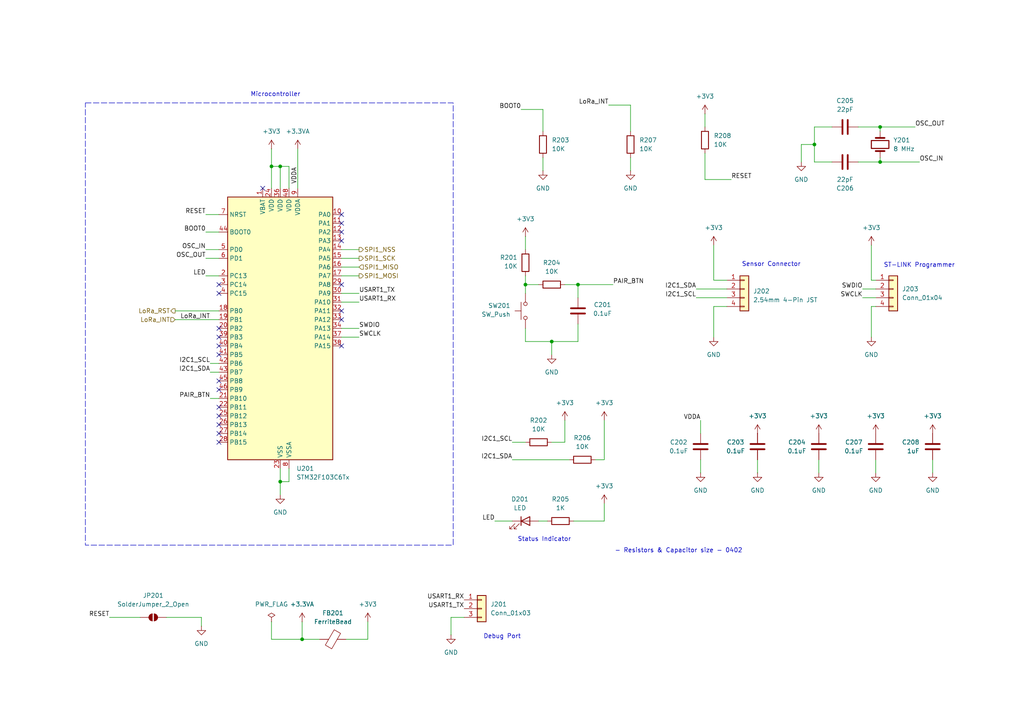
<source format=kicad_sch>
(kicad_sch (version 20250114) (generator "eeschema") (generator_version "9.0")
  (paper "A4")
  (lib_symbols
    (symbol "Connector_Generic:Conn_01x03" (pin_names (offset 1.016) (hide yes))
      (property "Reference" "J" (at 0 5.08 0))
      (property "Value" "Conn_01x03" (at 0 -5.08 0))
      (symbol "Conn_01x03_1_1"
        (rectangle (start -1.27 3.81) (end 1.27 -3.81) (stroke (width 0.254)) (fill (type background)))
        (rectangle (start -1.27 2.667) (end 0 2.413) (stroke (width 0.1524)))
        (rectangle (start -1.27 0.127) (end 0 -0.127) (stroke (width 0.1524)))
        (rectangle (start -1.27 -2.413) (end 0 -2.667) (stroke (width 0.1524)))
        (pin passive line (at -5.08 2.54 0) (length 3.81) (name "Pin_1") (number "1"))
        (pin passive line (at -5.08 0 0) (length 3.81) (name "Pin_2") (number "2"))
        (pin passive line (at -5.08 -2.54 0) (length 3.81) (name "Pin_3") (number "3"))
      )
    )
    (symbol "Connector_Generic:Conn_01x04" (pin_names (offset 1.016) (hide yes))
      (property "Reference" "J" (at 0 5.08 0))
      (property "Value" "Conn_01x04" (at 0 -7.62 0))
      (symbol "Conn_01x04_1_1"
        (rectangle (start -1.27 3.81) (end 1.27 -6.35) (stroke (width 0.254)) (fill (type background)))
        (rectangle (start -1.27 2.667) (end 0 2.413) (stroke (width 0.1524)))
        (rectangle (start -1.27 0.127) (end 0 -0.127) (stroke (width 0.1524)))
        (rectangle (start -1.27 -2.413) (end 0 -2.667) (stroke (width 0.1524)))
        (rectangle (start -1.27 -4.953) (end 0 -5.207) (stroke (width 0.1524)))
        (pin passive line (at -5.08 2.54 0) (length 3.81) (name "Pin_1") (number "1"))
        (pin passive line (at -5.08 0 0) (length 3.81) (name "Pin_2") (number "2"))
        (pin passive line (at -5.08 -2.54 0) (length 3.81) (name "Pin_3") (number "3"))
        (pin passive line (at -5.08 -5.08 0) (length 3.81) (name "Pin_4") (number "4"))
      )
    )
    (symbol "Device:C" (pin_numbers (hide yes)) (pin_names (offset 0.254))
      (property "Reference" "C" (at 0.635 2.54 0))
      (property "Value" "C" (at 0.635 -2.54 0))
      (symbol "C_0_1"
        (polyline (pts (xy -2.032 0.762) (xy 2.032 0.762)) (stroke (width 0.508)))
        (polyline (pts (xy -2.032 -0.762) (xy 2.032 -0.762)) (stroke (width 0.508)))
      )
      (symbol "C_1_1"
        (pin passive line (at 0 3.81 270) (length 2.794) (name "~") (number "1"))
        (pin passive line (at 0 -3.81 90) (length 2.794) (name "~") (number "2"))
      )
    )
    (symbol "Device:Crystal" (pin_numbers (hide yes)) (pin_names (offset 1.016) (hide yes))
      (property "Reference" "Y" (at 0 3.81 0))
      (property "Value" "Crystal" (at 0 -3.81 0))
      (symbol "Crystal_0_1"
        (polyline (pts (xy -2.54 0) (xy -1.905 0)))
        (polyline (pts (xy -1.905 -1.27) (xy -1.905 1.27)) (stroke (width 0.508)))
        (rectangle (start -1.143 2.54) (end 1.143 -2.54) (stroke (width 0.3048)))
        (polyline (pts (xy 1.905 -1.27) (xy 1.905 1.27)) (stroke (width 0.508)))
        (polyline (pts (xy 2.54 0) (xy 1.905 0)))
      )
      (symbol "Crystal_1_1"
        (pin passive line (at -3.81 0 0) (length 1.27) (name "1") (number "1"))
        (pin passive line (at 3.81 0 180) (length 1.27) (name "2") (number "2"))
      )
    )
    (symbol "Device:FerriteBead" (pin_numbers (hide yes)) (pin_names (offset 0))
      (property "Reference" "FB" (at -3.81 0.635 90))
      (property "Value" "FerriteBead" (at 3.81 0 90))
      (symbol "FerriteBead_0_1"
        (polyline (pts (xy -2.7686 0.4064) (xy -1.7018 2.2606) (xy 2.7686 -0.3048) (xy 1.6764 -2.159) (xy -2.7686 0.4064)))
        (polyline (pts (xy 0 1.27) (xy 0 1.2954)))
        (polyline (pts (xy 0 -1.27) (xy 0 -1.2192)))
      )
      (symbol "FerriteBead_1_1"
        (pin passive line (at 0 3.81 270) (length 2.54) (name "~") (number "1"))
        (pin passive line (at 0 -3.81 90) (length 2.54) (name "~") (number "2"))
      )
    )
    (symbol "Device:LED" (pin_numbers (hide yes)) (pin_names (offset 1.016) (hide yes))
      (property "Reference" "D" (at 0 2.54 0))
      (property "Value" "LED" (at 0 -2.54 0))
      (symbol "LED_0_1"
        (polyline (pts (xy -3.048 -0.762) (xy -4.572 -2.286) (xy -3.81 -2.286) (xy -4.572 -2.286) (xy -4.572 -1.524)))
        (polyline (pts (xy -1.778 -0.762) (xy -3.302 -2.286) (xy -2.54 -2.286) (xy -3.302 -2.286) (xy -3.302 -1.524)))
        (polyline (pts (xy -1.27 0) (xy 1.27 0)))
        (polyline (pts (xy -1.27 -1.27) (xy -1.27 1.27)) (stroke (width 0.254)))
        (polyline (pts (xy 1.27 -1.27) (xy 1.27 1.27) (xy -1.27 0) (xy 1.27 -1.27)) (stroke (width 0.254)))
      )
      (symbol "LED_1_1"
        (pin passive line (at -3.81 0 0) (length 2.54) (name "K") (number "1"))
        (pin passive line (at 3.81 0 180) (length 2.54) (name "A") (number "2"))
      )
    )
    (symbol "Device:R" (pin_numbers (hide yes)) (pin_names (offset 0))
      (property "Reference" "R" (at 2.032 0 90))
      (property "Value" "R" (at 0 0 90))
      (symbol "R_0_1"
        (rectangle (start -1.016 -2.54) (end 1.016 2.54) (stroke (width 0.254)))
      )
      (symbol "R_1_1"
        (pin passive line (at 0 3.81 270) (length 1.27) (name "~") (number "1"))
        (pin passive line (at 0 -3.81 90) (length 1.27) (name "~") (number "2"))
      )
    )
    (symbol "Jumper:SolderJumper_2_Open" (pin_numbers (hide yes)) (pin_names (offset 0) (hide yes)) (in_bom no)
      (property "Reference" "JP" (at 0 2.032 0))
      (property "Value" "SolderJumper_2_Open" (at 0 -2.54 0))
      (symbol "SolderJumper_2_Open_0_1"
        (polyline (pts (xy -0.254 1.016) (xy -0.254 -1.016)))
        (arc (start -0.254 -1.016) (mid -1.2656 0) (end -0.254 1.016))
        (arc (start -0.254 -1.016) (mid -1.2656 0) (end -0.254 1.016) (fill (type outline)))
        (arc (start 0.254 1.016) (mid 1.2656 0) (end 0.254 -1.016))
        (arc (start 0.254 1.016) (mid 1.2656 0) (end 0.254 -1.016) (fill (type outline)))
        (polyline (pts (xy 0.254 1.016) (xy 0.254 -1.016)))
      )
      (symbol "SolderJumper_2_Open_1_1"
        (pin passive line (at -3.81 0 0) (length 2.54) (name "A") (number "1"))
        (pin passive line (at 3.81 0 180) (length 2.54) (name "B") (number "2"))
      )
    )
    (symbol "MCU_ST_STM32F1:STM32F103C6Tx"
      (property "Reference" "U" (at -15.24 39.37 0))
      (property "Value" "STM32F103C6Tx" (at 7.62 39.37 0))
      (symbol "STM32F103C6Tx_0_1"
        (rectangle (start -15.24 -38.1) (end 15.24 38.1) (stroke (width 0.254)) (fill (type background)))
      )
      (symbol "STM32F103C6Tx_1_1"
        (pin input line (at -17.78 33.02 0) (length 2.54) (name "NRST") (number "7"))
        (pin input line (at -17.78 27.94 0) (length 2.54) (name "BOOT0") (number "44"))
        (pin bidirectional line (at -17.78 22.86 0) (length 2.54) (name "PD0") (number "5"))
        (pin bidirectional line (at -17.78 20.32 0) (length 2.54) (name "PD1") (number "6"))
        (pin bidirectional line (at -17.78 15.24 0) (length 2.54) (name "PC13") (number "2"))
        (pin bidirectional line (at -17.78 12.7 0) (length 2.54) (name "PC14") (number "3"))
        (pin bidirectional line (at -17.78 10.16 0) (length 2.54) (name "PC15") (number "4"))
        (pin bidirectional line (at -17.78 5.08 0) (length 2.54) (name "PB0") (number "18"))
        (pin bidirectional line (at -17.78 2.54 0) (length 2.54) (name "PB1") (number "19"))
        (pin bidirectional line (at -17.78 0 0) (length 2.54) (name "PB2") (number "20"))
        (pin bidirectional line (at -17.78 -2.54 0) (length 2.54) (name "PB3") (number "39"))
        (pin bidirectional line (at -17.78 -5.08 0) (length 2.54) (name "PB4") (number "40"))
        (pin bidirectional line (at -17.78 -7.62 0) (length 2.54) (name "PB5") (number "41"))
        (pin bidirectional line (at -17.78 -10.16 0) (length 2.54) (name "PB6") (number "42"))
        (pin bidirectional line (at -17.78 -12.7 0) (length 2.54) (name "PB7") (number "43"))
        (pin bidirectional line (at -17.78 -15.24 0) (length 2.54) (name "PB8") (number "45"))
        (pin bidirectional line (at -17.78 -17.78 0) (length 2.54) (name "PB9") (number "46"))
        (pin bidirectional line (at -17.78 -20.32 0) (length 2.54) (name "PB10") (number "21"))
        (pin bidirectional line (at -17.78 -22.86 0) (length 2.54) (name "PB11") (number "22"))
        (pin bidirectional line (at -17.78 -25.4 0) (length 2.54) (name "PB12") (number "25"))
        (pin bidirectional line (at -17.78 -27.94 0) (length 2.54) (name "PB13") (number "26"))
        (pin bidirectional line (at -17.78 -30.48 0) (length 2.54) (name "PB14") (number "27"))
        (pin bidirectional line (at -17.78 -33.02 0) (length 2.54) (name "PB15") (number "28"))
        (pin power_in line (at -5.08 40.64 270) (length 2.54) (name "VBAT") (number "1"))
        (pin power_in line (at -2.54 40.64 270) (length 2.54) (name "VDD") (number "24"))
        (pin power_in line (at 0 40.64 270) (length 2.54) (name "VDD") (number "36"))
        (pin power_in line (at 0 -40.64 90) (length 2.54) (name "VSS") (number "23"))
        (pin passive line (at 0 -40.64 90) (length 2.54) (hide yes) (name "VSS") (number "35"))
        (pin passive line (at 0 -40.64 90) (length 2.54) (hide yes) (name "VSS") (number "47"))
        (pin power_in line (at 2.54 40.64 270) (length 2.54) (name "VDD") (number "48"))
        (pin power_in line (at 2.54 -40.64 90) (length 2.54) (name "VSSA") (number "8"))
        (pin power_in line (at 5.08 40.64 270) (length 2.54) (name "VDDA") (number "9"))
        (pin bidirectional line (at 17.78 33.02 180) (length 2.54) (name "PA0") (number "10"))
        (pin bidirectional line (at 17.78 30.48 180) (length 2.54) (name "PA1") (number "11"))
        (pin bidirectional line (at 17.78 27.94 180) (length 2.54) (name "PA2") (number "12"))
        (pin bidirectional line (at 17.78 25.4 180) (length 2.54) (name "PA3") (number "13"))
        (pin bidirectional line (at 17.78 22.86 180) (length 2.54) (name "PA4") (number "14"))
        (pin bidirectional line (at 17.78 20.32 180) (length 2.54) (name "PA5") (number "15"))
        (pin bidirectional line (at 17.78 17.78 180) (length 2.54) (name "PA6") (number "16"))
        (pin bidirectional line (at 17.78 15.24 180) (length 2.54) (name "PA7") (number "17"))
        (pin bidirectional line (at 17.78 12.7 180) (length 2.54) (name "PA8") (number "29"))
        (pin bidirectional line (at 17.78 10.16 180) (length 2.54) (name "PA9") (number "30"))
        (pin bidirectional line (at 17.78 7.62 180) (length 2.54) (name "PA10") (number "31"))
        (pin bidirectional line (at 17.78 5.08 180) (length 2.54) (name "PA11") (number "32"))
        (pin bidirectional line (at 17.78 2.54 180) (length 2.54) (name "PA12") (number "33"))
        (pin bidirectional line (at 17.78 0 180) (length 2.54) (name "PA13") (number "34"))
        (pin bidirectional line (at 17.78 -2.54 180) (length 2.54) (name "PA14") (number "37"))
        (pin bidirectional line (at 17.78 -5.08 180) (length 2.54) (name "PA15") (number "38"))
      )
    )
    (symbol "Switch:SW_Push" (pin_numbers (hide yes)) (pin_names (offset 1.016) (hide yes))
      (property "Reference" "SW" (at 1.27 2.54 0))
      (property "Value" "SW_Push" (at 0 -1.524 0))
      (symbol "SW_Push_0_1"
        (circle (center -2.032 0) (radius 0.508))
        (polyline (pts (xy 0 1.27) (xy 0 3.048)))
        (circle (center 2.032 0) (radius 0.508))
        (polyline (pts (xy 2.54 1.27) (xy -2.54 1.27)))
        (pin passive line (at -5.08 0 0) (length 2.54) (name "1") (number "1"))
        (pin passive line (at 5.08 0 180) (length 2.54) (name "2") (number "2"))
      )
    )
    (symbol "power:+3.3VA" (power) (pin_numbers (hide yes)) (pin_names (offset 0) (hide yes))
      (property "Value" "+3.3VA" (at 0 3.556 0))
      (symbol "+3.3VA_0_1"
        (polyline (pts (xy -0.762 1.27) (xy 0 2.54)))
        (polyline (pts (xy 0 2.54) (xy 0.762 1.27)))
        (polyline (pts (xy 0 0) (xy 0 2.54)))
      )
      (symbol "+3.3VA_1_1"
        (pin power_in line (at 0 0 90) (length 0) (name "~") (number "1"))
      )
    )
    (symbol "power:+3V3" (power) (pin_numbers (hide yes)) (pin_names (offset 0) (hide yes))
      (property "Value" "+3V3" (at 0 3.556 0))
      (symbol "+3V3_0_1"
        (polyline (pts (xy -0.762 1.27) (xy 0 2.54)))
        (polyline (pts (xy 0 2.54) (xy 0.762 1.27)))
        (polyline (pts (xy 0 0) (xy 0 2.54)))
      )
      (symbol "+3V3_1_1"
        (pin power_in line (at 0 0 90) (length 0) (name "~") (number "1"))
      )
    )
    (symbol "power:GND" (power) (pin_numbers (hide yes)) (pin_names (offset 0) (hide yes))
      (property "Value" "GND" (at 0 -3.81 0))
      (symbol "GND_0_1"
        (polyline (pts (xy 0 0) (xy 0 -1.27) (xy 1.27 -1.27) (xy 0 -2.54) (xy -1.27 -1.27) (xy 0 -1.27)))
      )
      (symbol "GND_1_1"
        (pin power_in line (at 0 0 270) (length 0) (name "~") (number "1"))
      )
    )
    (symbol "power:PWR_FLAG" (power) (pin_numbers (hide yes)) (pin_names (offset 0) (hide yes))
      (property "Value" "PWR_FLAG" (at 0 3.81 0))
      (symbol "PWR_FLAG_0_0"
        (pin power_out line (at 0 0 90) (length 0) (name "~") (number "1"))
      )
      (symbol "PWR_FLAG_0_1"
        (polyline (pts (xy 0 0) (xy 0 1.27) (xy -1.016 1.905) (xy 0 2.54) (xy 1.016 1.905) (xy 0 1.27)))
      )
    )
  )
  (rectangle (start 24.765 29.845) (end 131.445 158.115) (stroke (width 0) (type dash)))
  (text "Status Indicator\n" (at 150.114 157.226 0) (effects (font (size 1.27 1.27)) (justify left bottom)))
  (text "Debug Port" (at 140.208 185.42 0) (effects (font (size 1.27 1.27)) (justify left bottom)))
  (text "Sensor Connector" (at 215.138 77.47 0) (effects (font (size 1.27 1.27)) (justify left bottom)))
  (text " - Resistors & Capacitor size - 0402\n" (at 196.342 159.766 0) (effects (font (size 1.27 1.27))))
  (text "ST-LINK Programmer\n" (at 256.286 77.724 0) (effects (font (size 1.27 1.27)) (justify left bottom)))
  (text "Microcontroller" (at 72.644 28.194 0) (effects (font (size 1.27 1.27)) (justify left bottom)))
  (junction (at 81.28 139.7))
  (junction (at 87.63 185.42))
  (junction (at 255.27 46.99))
  (junction (at 255.27 36.83))
  (junction (at 160.02 99.06))
  (junction (at 236.22 41.91))
  (junction (at 167.64 82.55))
  (junction (at 81.28 48.26))
  (junction (at 152.4 82.55))
  (junction (at 78.74 48.26))
  (no_connect (at 63.5 128.27))
  (no_connect (at 99.06 69.85))
  (no_connect (at 99.06 82.55))
  (no_connect (at 63.5 120.65))
  (no_connect (at 63.5 118.11))
  (no_connect (at 63.5 102.87))
  (no_connect (at 99.06 92.71))
  (no_connect (at 63.5 123.19))
  (no_connect (at 99.06 100.33))
  (no_connect (at 63.5 125.73))
  (no_connect (at 63.5 110.49))
  (no_connect (at 99.06 64.77))
  (no_connect (at 99.06 90.17))
  (no_connect (at 63.5 100.33))
  (no_connect (at 99.06 62.23))
  (no_connect (at 63.5 95.25))
  (no_connect (at 63.5 97.79))
  (no_connect (at 63.5 82.55))
  (no_connect (at 76.2 54.61))
  (no_connect (at 63.5 113.03))
  (no_connect (at 63.5 85.09))
  (no_connect (at 99.06 67.31))
  (wire (pts (xy 58.42 179.07) (xy 58.42 181.61)))
  (wire (pts (xy 270.51 137.16) (xy 270.51 133.35)))
  (wire (pts (xy 248.92 36.83) (xy 255.27 36.83)))
  (wire (pts (xy 175.26 121.92) (xy 175.26 133.35)))
  (wire (pts (xy 83.82 48.26) (xy 83.82 54.61)))
  (wire (pts (xy 207.01 88.9) (xy 210.82 88.9)))
  (wire (pts (xy 204.47 33.02) (xy 204.47 36.83)))
  (wire (pts (xy 143.51 151.13) (xy 148.59 151.13)))
  (wire (pts (xy 167.64 93.98) (xy 167.64 99.06)))
  (wire (pts (xy 203.2 121.92) (xy 203.2 125.73)))
  (wire (pts (xy 163.83 82.55) (xy 167.64 82.55)))
  (wire (pts (xy 106.68 185.42) (xy 106.68 180.34)))
  (wire (pts (xy 232.41 41.91) (xy 236.22 41.91)))
  (wire (pts (xy 163.83 121.92) (xy 163.83 128.27)))
  (wire (pts (xy 104.14 80.01) (xy 99.06 80.01)))
  (wire (pts (xy 152.4 68.58) (xy 152.4 72.39)))
  (wire (pts (xy 104.14 87.63) (xy 99.06 87.63)))
  (wire (pts (xy 210.82 81.28) (xy 207.01 81.28)))
  (wire (pts (xy 78.74 185.42) (xy 87.63 185.42)))
  (wire (pts (xy 236.22 46.99) (xy 236.22 41.91)))
  (wire (pts (xy 81.28 48.26) (xy 78.74 48.26)))
  (wire (pts (xy 81.28 139.7) (xy 81.28 143.51)))
  (wire (pts (xy 175.26 133.35) (xy 172.72 133.35)))
  (wire (pts (xy 204.47 52.07) (xy 212.09 52.07)))
  (wire (pts (xy 100.33 185.42) (xy 106.68 185.42)))
  (wire (pts (xy 134.62 179.07) (xy 130.81 179.07)))
  (wire (pts (xy 248.92 46.99) (xy 255.27 46.99)))
  (wire (pts (xy 59.69 62.23) (xy 63.5 62.23)))
  (wire (pts (xy 166.37 151.13) (xy 175.26 151.13)))
  (wire (pts (xy 87.63 180.34) (xy 87.63 185.42)))
  (wire (pts (xy 81.28 135.89) (xy 81.28 139.7)))
  (wire (pts (xy 237.49 137.16) (xy 237.49 133.35)))
  (wire (pts (xy 104.14 97.79) (xy 99.06 97.79)))
  (wire (pts (xy 201.93 83.82) (xy 210.82 83.82)))
  (wire (pts (xy 252.73 71.12) (xy 252.73 81.28)))
  (wire (pts (xy 48.26 179.07) (xy 58.42 179.07)))
  (wire (pts (xy 252.73 88.9) (xy 254 88.9)))
  (wire (pts (xy 99.06 74.93) (xy 104.14 74.93)))
  (wire (pts (xy 255.27 45.72) (xy 255.27 46.99)))
  (wire (pts (xy 236.22 36.83) (xy 241.3 36.83)))
  (wire (pts (xy 59.69 74.93) (xy 63.5 74.93)))
  (wire (pts (xy 157.48 49.53) (xy 157.48 45.72)))
  (wire (pts (xy 78.74 180.34) (xy 78.74 185.42)))
  (wire (pts (xy 250.19 86.36) (xy 254 86.36)))
  (wire (pts (xy 86.36 43.18) (xy 86.36 54.61)))
  (wire (pts (xy 60.96 107.95) (xy 63.5 107.95)))
  (wire (pts (xy 255.27 36.83) (xy 265.43 36.83)))
  (wire (pts (xy 167.64 82.55) (xy 167.64 86.36)))
  (wire (pts (xy 157.48 31.75) (xy 157.48 38.1)))
  (wire (pts (xy 152.4 95.25) (xy 152.4 99.06)))
  (wire (pts (xy 50.8 90.17) (xy 63.5 90.17)))
  (wire (pts (xy 201.93 86.36) (xy 210.82 86.36)))
  (wire (pts (xy 31.75 179.07) (xy 40.64 179.07)))
  (wire (pts (xy 104.14 95.25) (xy 99.06 95.25)))
  (wire (pts (xy 83.82 48.26) (xy 81.28 48.26)))
  (wire (pts (xy 182.88 38.1) (xy 182.88 30.48)))
  (wire (pts (xy 152.4 99.06) (xy 160.02 99.06)))
  (wire (pts (xy 204.47 44.45) (xy 204.47 52.07)))
  (wire (pts (xy 104.14 77.47) (xy 99.06 77.47)))
  (wire (pts (xy 81.28 48.26) (xy 81.28 54.61)))
  (wire (pts (xy 207.01 81.28) (xy 207.01 71.12)))
  (wire (pts (xy 160.02 102.87) (xy 160.02 99.06)))
  (wire (pts (xy 151.13 31.75) (xy 157.48 31.75)))
  (wire (pts (xy 148.59 133.35) (xy 165.1 133.35)))
  (wire (pts (xy 158.75 151.13) (xy 156.21 151.13)))
  (wire (pts (xy 255.27 36.83) (xy 255.27 38.1)))
  (wire (pts (xy 59.69 67.31) (xy 63.5 67.31)))
  (wire (pts (xy 255.27 46.99) (xy 266.7 46.99)))
  (wire (pts (xy 50.8 92.71) (xy 63.5 92.71)))
  (wire (pts (xy 182.88 49.53) (xy 182.88 45.72)))
  (wire (pts (xy 207.01 97.79) (xy 207.01 88.9)))
  (wire (pts (xy 78.74 43.18) (xy 78.74 48.26)))
  (wire (pts (xy 59.69 72.39) (xy 63.5 72.39)))
  (wire (pts (xy 83.82 139.7) (xy 81.28 139.7)))
  (wire (pts (xy 59.69 80.01) (xy 63.5 80.01)))
  (wire (pts (xy 219.71 137.16) (xy 219.71 133.35)))
  (wire (pts (xy 99.06 72.39) (xy 104.14 72.39)))
  (wire (pts (xy 152.4 82.55) (xy 152.4 85.09)))
  (wire (pts (xy 250.19 83.82) (xy 254 83.82)))
  (wire (pts (xy 160.02 99.06) (xy 167.64 99.06)))
  (wire (pts (xy 175.26 151.13) (xy 175.26 146.05)))
  (wire (pts (xy 130.81 179.07) (xy 130.81 184.15)))
  (wire (pts (xy 232.41 41.91) (xy 232.41 46.99)))
  (wire (pts (xy 83.82 135.89) (xy 83.82 139.7)))
  (wire (pts (xy 252.73 81.28) (xy 254 81.28)))
  (wire (pts (xy 78.74 48.26) (xy 78.74 54.61)))
  (wire (pts (xy 254 137.16) (xy 254 133.35)))
  (wire (pts (xy 60.96 105.41) (xy 63.5 105.41)))
  (wire (pts (xy 163.83 128.27) (xy 160.02 128.27)))
  (wire (pts (xy 104.14 85.09) (xy 99.06 85.09)))
  (wire (pts (xy 236.22 41.91) (xy 236.22 36.83)))
  (wire (pts (xy 148.59 128.27) (xy 152.4 128.27)))
  (wire (pts (xy 182.88 30.48) (xy 176.53 30.48)))
  (wire (pts (xy 87.63 185.42) (xy 92.71 185.42)))
  (wire (pts (xy 167.64 82.55) (xy 177.8 82.55)))
  (wire (pts (xy 252.73 88.9) (xy 252.73 97.79)))
  (wire (pts (xy 203.2 133.35) (xy 203.2 137.16)))
  (wire (pts (xy 152.4 82.55) (xy 156.21 82.55)))
  (wire (pts (xy 236.22 46.99) (xy 241.3 46.99)))
  (wire (pts (xy 60.96 115.57) (xy 63.5 115.57)))
  (wire (pts (xy 152.4 80.01) (xy 152.4 82.55)))
  (label "SWCLK" (at 250.19 86.36 180))
  (label "BOOT0" (at 59.69 67.31 180))
  (label "OSC_IN" (at 59.69 72.39 180))
  (label "USART1_RX" (at 134.62 173.99 180))
  (label "OSC_IN" (at 266.7 46.99 0))
  (label "RESET" (at 212.09 52.07 0))
  (label "I2C1_SDA" (at 201.93 83.82 180))
  (label "USART1_RX" (at 104.14 87.63 0))
  (label "PAIR_BTN" (at 177.8 82.55 0))
  (label "I2C1_SDA" (at 60.96 107.95 180))
  (label "RESET" (at 31.75 179.07 180))
  (label "LED" (at 59.69 80.01 180))
  (label "LED" (at 143.51 151.13 180))
  (label "VDDA" (at 86.36 53.34 90))
  (label "RESET" (at 59.69 62.23 180))
  (label "BOOT0" (at 151.13 31.75 180))
  (label "I2C1_SCL" (at 201.93 86.36 180))
  (label "LoRa_INT" (at 176.53 30.48 180))
  (label "LoRa_INT" (at 60.96 92.71 180))
  (label "I2C1_SCL" (at 60.96 105.41 180))
  (label "I2C1_SDA" (at 148.59 133.35 180))
  (label "SWDIO" (at 104.14 95.25 0))
  (label "OSC_OUT" (at 59.69 74.93 180))
  (label "I2C1_SCL" (at 148.59 128.27 180))
  (label "USART1_TX" (at 134.62 176.53 180))
  (label "USART1_TX" (at 104.14 85.09 0))
  (label "OSC_OUT" (at 265.43 36.83 0))
  (label "SWCLK" (at 104.14 97.79 0))
  (label "SWDIO" (at 250.19 83.82 180))
  (label "PAIR_BTN" (at 60.96 115.57 180))
  (label "VDDA" (at 203.2 121.92 180))
  (hierarchical_label "SPI1_NSS" (shape output) (at 104.14 72.39 0))
  (hierarchical_label "SPI1_MOSI" (shape output) (at 104.14 80.01 0))
  (hierarchical_label "SPI1_SCK" (shape output) (at 104.14 74.93 0))
  (hierarchical_label "SPI1_MISO" (shape input) (at 104.14 77.47 0))
  (hierarchical_label "LoRa_INT" (shape input) (at 50.8 92.71 180))
  (hierarchical_label "LoRa_RST" (shape output) (at 50.8 90.17 180))
  (symbol (lib_id "Connector_Generic:Conn_01x04") (at 215.9 83.82 0) (unit 1)
    (property "Reference" "J202" (at 218.44 84.455 0) (effects (justify left)))
    (property "Value" "2.54mm 4-Pin JST" (at 218.44 86.995 0) (effects (justify left)))
    (property "Footprint" "Connector_JST:JST_EH_B4B-EH-A_1x04_P2.50mm_Vertical" (effects (hide yes)))
  )
  (symbol (lib_id "power:GND") (at 232.41 46.99 0) (unit 1)
    (property "Reference" "#PWR0221" (effects (hide yes)))
    (property "Value" "GND" (at 232.41 52.07 0))
    (property "Description" "Power symbol creates a global label with name \"GND\" , ground" (effects (hide yes)))
  )
  (symbol (lib_id "Jumper:SolderJumper_2_Open") (at 44.45 179.07 0) (unit 1) (in_bom no)
    (property "Reference" "JP201" (at 44.45 172.72 0))
    (property "Value" "SolderJumper_2_Open" (at 44.45 175.26 0))
    (property "Footprint" "Jumper:SolderJumper-2_P1.3mm_Open_RoundedPad1.0x1.5mm" (effects (hide yes)))
    (property "Description" "Solder Jumper, 2-pole, open" (effects (hide yes)))
  )
  (symbol (lib_id "power:GND") (at 219.71 137.16 0) (unit 1)
    (property "Reference" "#PWR0220" (effects (hide yes)))
    (property "Value" "GND" (at 219.71 142.24 0))
    (property "Description" "Power symbol creates a global label with name \"GND\" , ground" (effects (hide yes)))
  )
  (symbol (lib_id "power:GND") (at 160.02 102.87 0) (unit 1)
    (property "Reference" "#PWR0210" (effects (hide yes)))
    (property "Value" "GND" (at 160.02 107.95 0))
    (property "Description" "Power symbol creates a global label with name \"GND\" , ground" (effects (hide yes)))
  )
  (symbol (lib_id "power:GND") (at 270.51 137.16 0) (unit 1)
    (property "Reference" "#PWR0229" (effects (hide yes)))
    (property "Value" "GND" (at 270.51 142.24 0))
    (property "Description" "Power symbol creates a global label with name \"GND\" , ground" (effects (hide yes)))
  )
  (symbol (lib_id "Device:LED") (at 152.4 151.13 0) (unit 1)
    (property "Reference" "D201" (at 150.8125 144.78 0))
    (property "Value" "LED" (at 150.8125 147.32 0))
    (property "Footprint" "LED_THT:LED_D3.0mm" (effects (hide yes)))
    (property "Description" "Light emitting diode" (effects (hide yes)))
    (property "Sim.Pins" "1=K 2=A" (effects (hide yes)))
  )
  (symbol (lib_id "Device:C") (at 245.11 36.83 270) (unit 1)
    (property "Reference" "C205" (at 245.11 29.21 90))
    (property "Value" "22pF" (at 245.11 31.75 90))
    (property "Footprint" "Capacitor_SMD:C_0402_1005Metric_Pad0.74x0.62mm_HandSolder" (effects (hide yes)))
    (property "Description" "Unpolarized capacitor" (effects (hide yes)))
  )
  (symbol (lib_id "power:+3V3") (at 207.01 71.12 0) (unit 1)
    (property "Reference" "#PWR0217" (effects (hide yes)))
    (property "Value" "+3V3" (at 207.01 66.04 0))
  )
  (symbol (lib_id "Device:FerriteBead") (at 96.52 185.42 270) (unit 1)
    (property "Reference" "FB201" (at 96.5708 177.8 90))
    (property "Value" "FerriteBead" (at 96.5708 180.34 90))
    (property "Footprint" "Resistor_SMD:R_0402_1005Metric_Pad0.72x0.64mm_HandSolder" (effects (hide yes)))
    (property "Description" "Ferrite bead" (effects (hide yes)))
  )
  (symbol (lib_id "power:+3V3") (at 106.68 180.34 0) (unit 1)
    (property "Reference" "#PWR0206" (effects (hide yes)))
    (property "Value" "+3V3" (at 106.68 175.26 0))
    (property "Description" "Power symbol creates a global label with name \"+3V3\"" (effects (hide yes)))
  )
  (symbol (lib_id "power:GND") (at 130.81 184.15 0) (unit 1)
    (property "Reference" "#PWR0207" (effects (hide yes)))
    (property "Value" "GND" (at 130.81 189.23 0))
    (property "Description" "Power symbol creates a global label with name \"GND\" , ground" (effects (hide yes)))
  )
  (symbol (lib_id "Device:R") (at 160.02 82.55 90) (unit 1)
    (property "Reference" "R204" (at 160.02 76.2 90))
    (property "Value" "10K" (at 160.02 78.74 90))
    (property "Footprint" "Resistor_SMD:R_0402_1005Metric_Pad0.72x0.64mm_HandSolder" (effects (hide yes)))
    (property "Description" "Resistor" (effects (hide yes)))
  )
  (symbol (lib_id "Connector_Generic:Conn_01x04") (at 259.08 83.82 0) (unit 1)
    (property "Reference" "J203" (at 261.62 83.8199 0) (effects (justify left)))
    (property "Value" "Conn_01x04" (at 261.62 86.3599 0) (effects (justify left)))
    (property "Footprint" "Connector_PinHeader_2.54mm:PinHeader_1x04_P2.54mm_Vertical" (effects (hide yes)))
    (property "Description" "Generic connector, single row, 01x04, script generated (kicad-library-utils/schlib/autogen/connector/)" (effects (hide yes)))
  )
  (symbol (lib_id "power:GND") (at 207.01 97.79 0) (unit 1)
    (property "Reference" "#PWR0218" (effects (hide yes)))
    (property "Value" "GND" (at 207.01 102.87 0))
  )
  (symbol (lib_id "power:+3V3") (at 175.26 121.92 0) (unit 1)
    (property "Reference" "#PWR0212" (effects (hide yes)))
    (property "Value" "+3V3" (at 175.26 116.84 0))
  )
  (symbol (lib_id "Device:Crystal") (at 255.27 41.91 270) (unit 1)
    (property "Reference" "Y201" (at 259.08 40.6399 90) (effects (justify left)))
    (property "Value" "8 MHz" (at 259.08 43.1799 90) (effects (justify left)))
    (property "Footprint" "Crystal:Crystal_HC49-4H_Vertical" (effects (hide yes)))
    (property "Description" "Two pin crystal" (effects (hide yes)))
  )
  (symbol (lib_id "power:PWR_FLAG") (at 78.74 180.34 0) (unit 1)
    (property "Reference" "#FLG0201" (effects (hide yes)))
    (property "Value" "PWR_FLAG" (at 78.74 175.26 0))
    (property "Description" "Special symbol for telling ERC where power comes from" (effects (hide yes)))
  )
  (symbol (lib_id "power:+3V3") (at 237.49 125.73 0) (unit 1)
    (property "Reference" "#PWR0222" (effects (hide yes)))
    (property "Value" "+3V3" (at 237.49 120.65 0))
    (property "Description" "Power symbol creates a global label with name \"+3V3\"" (effects (hide yes)))
  )
  (symbol (lib_id "Device:R") (at 157.48 41.91 0) (unit 1)
    (property "Reference" "R203" (at 160.02 40.6399 0) (effects (justify left)))
    (property "Value" "10K" (at 160.02 43.1799 0) (effects (justify left)))
    (property "Footprint" "Resistor_SMD:R_0402_1005Metric_Pad0.72x0.64mm_HandSolder" (effects (hide yes)))
    (property "Description" "Resistor" (effects (hide yes)))
  )
  (symbol (lib_id "power:+3V3") (at 163.83 121.92 0) (unit 1)
    (property "Reference" "#PWR0211" (effects (hide yes)))
    (property "Value" "+3V3" (at 163.83 116.84 0))
  )
  (symbol (lib_id "power:+3V3") (at 219.71 125.73 0) (unit 1)
    (property "Reference" "#PWR0219" (effects (hide yes)))
    (property "Value" "+3V3" (at 219.71 120.65 0))
    (property "Description" "Power symbol creates a global label with name \"+3V3\"" (effects (hide yes)))
  )
  (symbol (lib_id "Device:C") (at 167.64 90.17 0) (mirror y) (unit 1)
    (property "Reference" "C201" (at 174.752 88.392 0))
    (property "Value" "0.1uF" (at 174.752 90.932 0))
    (property "Footprint" "Capacitor_SMD:C_0402_1005Metric_Pad0.74x0.62mm_HandSolder" (effects (hide yes)))
    (property "Description" "Unpolarized capacitor" (effects (hide yes)))
  )
  (symbol (lib_id "power:+3.3VA") (at 87.63 180.34 0) (unit 1)
    (property "Reference" "#PWR0205" (effects (hide yes)))
    (property "Value" "+3.3VA" (at 87.63 175.26 0))
    (property "Description" "Power symbol creates a global label with name \"+3.3VA\"" (effects (hide yes)))
  )
  (symbol (lib_id "Device:C") (at 254 129.54 0) (mirror y) (unit 1)
    (property "Reference" "C207" (at 247.65 128.27 0))
    (property "Value" "0.1uF" (at 247.65 130.81 0))
    (property "Footprint" "Capacitor_SMD:C_0402_1005Metric_Pad0.74x0.62mm_HandSolder" (effects (hide yes)))
    (property "Description" "Unpolarized capacitor" (effects (hide yes)))
  )
  (symbol (lib_id "Device:C") (at 203.2 129.54 0) (mirror y) (unit 1)
    (property "Reference" "C202" (at 196.85 128.27 0))
    (property "Value" "0.1uF" (at 196.85 130.81 0))
    (property "Footprint" "Capacitor_SMD:C_0402_1005Metric_Pad0.74x0.62mm_HandSolder" (effects (hide yes)))
    (property "Description" "Unpolarized capacitor" (effects (hide yes)))
  )
  (symbol (lib_id "power:+3V3") (at 152.4 68.58 0) (unit 1)
    (property "Reference" "#PWR0208" (effects (hide yes)))
    (property "Value" "+3V3" (at 152.4 63.5 0))
    (property "Description" "Power symbol creates a global label with name \"+3V3\"" (effects (hide yes)))
  )
  (symbol (lib_id "power:GND") (at 237.49 137.16 0) (unit 1)
    (property "Reference" "#PWR0223" (effects (hide yes)))
    (property "Value" "GND" (at 237.49 142.24 0))
    (property "Description" "Power symbol creates a global label with name \"GND\" , ground" (effects (hide yes)))
  )
  (symbol (lib_id "Device:R") (at 182.88 41.91 0) (unit 1)
    (property "Reference" "R207" (at 185.42 40.6399 0) (effects (justify left)))
    (property "Value" "10K" (at 185.42 43.1799 0) (effects (justify left)))
    (property "Footprint" "Resistor_SMD:R_0402_1005Metric_Pad0.72x0.64mm_HandSolder" (effects (hide yes)))
    (property "Description" "Resistor" (effects (hide yes)))
  )
  (symbol (lib_id "Device:C") (at 270.51 129.54 0) (mirror y) (unit 1)
    (property "Reference" "C208" (at 266.7 128.2699 0) (effects (justify left)))
    (property "Value" "1uF" (at 266.7 130.8099 0) (effects (justify left)))
    (property "Footprint" "Capacitor_SMD:C_0402_1005Metric_Pad0.74x0.62mm_HandSolder" (effects (hide yes)))
    (property "Description" "Unpolarized capacitor" (effects (hide yes)))
  )
  (symbol (lib_id "power:+3V3") (at 270.51 125.73 0) (unit 1)
    (property "Reference" "#PWR0228" (effects (hide yes)))
    (property "Value" "+3V3" (at 270.51 120.65 0))
    (property "Description" "Power symbol creates a global label with name \"+3V3\"" (effects (hide yes)))
  )
  (symbol (lib_id "power:GND") (at 254 137.16 0) (unit 1)
    (property "Reference" "#PWR0227" (effects (hide yes)))
    (property "Value" "GND" (at 254 142.24 0))
    (property "Description" "Power symbol creates a global label with name \"GND\" , ground" (effects (hide yes)))
  )
  (symbol (lib_id "MCU_ST_STM32F1:STM32F103C6Tx") (at 81.28 95.25 0) (unit 1)
    (property "Reference" "U201" (at 85.9633 135.89 0) (effects (justify left)))
    (property "Value" "STM32F103C6Tx" (at 85.9633 138.43 0) (effects (justify left)))
    (property "Footprint" "Package_QFP:LQFP-48_7x7mm_P0.5mm" (effects (hide yes)))
    (property "Datasheet" "https://www.st.com/resource/en/datasheet/stm32f103c6.pdf" (effects (hide yes)))
    (property "Description" "STMicroelectronics Arm Cortex-M3 MCU, 32KB flash, 10KB RAM, 72 MHz, 2.0-3.6V, 37 GPIO, LQFP48" (effects (hide yes)))
  )
  (symbol (lib_id "power:+3V3") (at 78.74 43.18 0) (unit 1)
    (property "Reference" "#PWR0202" (effects (hide yes)))
    (property "Value" "+3V3" (at 78.74 38.1 0))
    (property "Description" "Power symbol creates a global label with name \"+3V3\"" (effects (hide yes)))
  )
  (symbol (lib_id "power:+3V3") (at 254 125.73 0) (unit 1)
    (property "Reference" "#PWR0226" (effects (hide yes)))
    (property "Value" "+3V3" (at 254 120.65 0))
    (property "Description" "Power symbol creates a global label with name \"+3V3\"" (effects (hide yes)))
  )
  (symbol (lib_id "power:GND") (at 157.48 49.53 0) (mirror y) (unit 1)
    (property "Reference" "#PWR0209" (effects (hide yes)))
    (property "Value" "GND" (at 157.48 54.61 0))
    (property "Description" "Power symbol creates a global label with name \"GND\" , ground" (effects (hide yes)))
  )
  (symbol (lib_id "Device:C") (at 245.11 46.99 270) (mirror x) (unit 1)
    (property "Reference" "C206" (at 245.11 54.61 90))
    (property "Value" "22pF" (at 245.11 52.07 90))
    (property "Footprint" "Capacitor_SMD:C_0402_1005Metric_Pad0.74x0.62mm_HandSolder" (effects (hide yes)))
    (property "Description" "Unpolarized capacitor" (effects (hide yes)))
  )
  (symbol (lib_id "Device:R") (at 204.47 40.64 0) (unit 1)
    (property "Reference" "R208" (at 207.01 39.3699 0) (effects (justify left)))
    (property "Value" "10K" (at 207.01 41.9099 0) (effects (justify left)))
    (property "Footprint" "Resistor_SMD:R_0402_1005Metric_Pad0.72x0.64mm_HandSolder" (effects (hide yes)))
    (property "Description" "Resistor" (effects (hide yes)))
  )
  (symbol (lib_id "power:GND") (at 182.88 49.53 0) (mirror y) (unit 1)
    (property "Reference" "#PWR0214" (effects (hide yes)))
    (property "Value" "GND" (at 182.88 54.61 0))
    (property "Description" "Power symbol creates a global label with name \"GND\" , ground" (effects (hide yes)))
  )
  (symbol (lib_id "power:+3.3VA") (at 86.36 43.18 0) (unit 1)
    (property "Reference" "#PWR0204" (effects (hide yes)))
    (property "Value" "+3.3VA" (at 86.36 38.1 0))
    (property "Description" "Power symbol creates a global label with name \"+3.3VA\"" (effects (hide yes)))
  )
  (symbol (lib_id "Device:C") (at 219.71 129.54 0) (mirror y) (unit 1)
    (property "Reference" "C203" (at 213.36 128.27 0))
    (property "Value" "0.1uF" (at 213.36 130.81 0))
    (property "Footprint" "Capacitor_SMD:C_0402_1005Metric_Pad0.74x0.62mm_HandSolder" (effects (hide yes)))
    (property "Description" "Unpolarized capacitor" (effects (hide yes)))
  )
  (symbol (lib_id "power:GND") (at 203.2 137.16 0) (unit 1)
    (property "Reference" "#PWR0215" (effects (hide yes)))
    (property "Value" "GND" (at 203.2 142.24 0))
    (property "Description" "Power symbol creates a global label with name \"GND\" , ground" (effects (hide yes)))
  )
  (symbol (lib_id "Connector_Generic:Conn_01x03") (at 139.7 176.53 0) (unit 1)
    (property "Reference" "J201" (at 142.24 175.2599 0) (effects (justify left)))
    (property "Value" "Conn_01x03" (at 142.24 177.7999 0) (effects (justify left)))
    (property "Footprint" "Connector_PinHeader_2.54mm:PinHeader_1x03_P2.54mm_Vertical" (effects (hide yes)))
    (property "Description" "Generic connector, single row, 01x03, script generated (kicad-library-utils/schlib/autogen/connector/)" (effects (hide yes)))
  )
  (symbol (lib_id "power:GND") (at 252.73 97.79 0) (unit 1)
    (property "Reference" "#PWR0225" (effects (hide yes)))
    (property "Value" "GND" (at 252.73 102.87 0))
    (property "Description" "Power symbol creates a global label with name \"GND\" , ground" (effects (hide yes)))
  )
  (symbol (lib_id "Device:R") (at 152.4 76.2 0) (unit 1)
    (property "Reference" "R201" (at 150.114 74.676 0) (effects (justify right)))
    (property "Value" "10K" (at 150.114 77.216 0) (effects (justify right)))
    (property "Footprint" "Resistor_SMD:R_0402_1005Metric_Pad0.72x0.64mm_HandSolder" (effects (hide yes)))
    (property "Description" "Resistor" (effects (hide yes)))
  )
  (symbol (lib_id "power:GND") (at 58.42 181.61 0) (unit 1)
    (property "Reference" "#PWR0201" (effects (hide yes)))
    (property "Value" "GND" (at 58.42 186.69 0))
    (property "Description" "Power symbol creates a global label with name \"GND\" , ground" (effects (hide yes)))
  )
  (symbol (lib_id "power:+3V3") (at 175.26 146.05 0) (unit 1)
    (property "Reference" "#PWR0213" (effects (hide yes)))
    (property "Value" "+3V3" (at 175.26 140.97 0))
    (property "Description" "Power symbol creates a global label with name \"+3V3\"" (effects (hide yes)))
  )
  (symbol (lib_id "Device:R") (at 168.91 133.35 270) (unit 1)
    (property "Reference" "R206" (at 168.91 127 90))
    (property "Value" "10K" (at 168.91 129.54 90))
    (property "Footprint" "Resistor_SMD:R_0402_1005Metric_Pad0.72x0.64mm_HandSolder" (effects (hide yes)))
  )
  (symbol (lib_id "Device:C") (at 237.49 129.54 0) (mirror y) (unit 1)
    (property "Reference" "C204" (at 231.14 128.27 0))
    (property "Value" "0.1uF" (at 231.14 130.81 0))
    (property "Footprint" "Capacitor_SMD:C_0402_1005Metric_Pad0.74x0.62mm_HandSolder" (effects (hide yes)))
    (property "Description" "Unpolarized capacitor" (effects (hide yes)))
  )
  (symbol (lib_id "power:+3V3") (at 252.73 71.12 0) (unit 1)
    (property "Reference" "#PWR0224" (effects (hide yes)))
    (property "Value" "+3V3" (at 252.73 66.04 0))
    (property "Description" "Power symbol creates a global label with name \"+3V3\"" (effects (hide yes)))
  )
  (symbol (lib_id "Device:R") (at 162.56 151.13 90) (unit 1)
    (property "Reference" "R205" (at 162.56 144.78 90))
    (property "Value" "1K" (at 162.56 147.32 90))
    (property "Footprint" "Resistor_SMD:R_0402_1005Metric_Pad0.72x0.64mm_HandSolder" (effects (hide yes)))
    (property "Description" "Resistor" (effects (hide yes)))
  )
  (symbol (lib_id "Switch:SW_Push") (at 152.4 90.17 90) (unit 1)
    (property "Reference" "SW201" (at 148.082 88.646 90) (effects (justify left)))
    (property "Value" "SW_Push" (at 148.082 91.186 90) (effects (justify left)))
    (property "Footprint" "Connector_PinHeader_2.54mm:PinHeader_1x02_P2.54mm_Vertical" (effects (hide yes)))
    (property "Description" "Push button switch, generic, two pins" (effects (hide yes)))
  )
  (symbol (lib_id "power:GND") (at 81.28 143.51 0) (unit 1)
    (property "Reference" "#PWR0203" (effects (hide yes)))
    (property "Value" "GND" (at 81.28 148.59 0))
    (property "Description" "Power symbol creates a global label with name \"GND\" , ground" (effects (hide yes)))
  )
  (symbol (lib_id "power:+3V3") (at 204.47 33.02 0) (unit 1)
    (property "Reference" "#PWR0216" (effects (hide yes)))
    (property "Value" "+3V3" (at 204.47 27.94 0))
    (property "Description" "Power symbol creates a global label with name \"+3V3\"" (effects (hide yes)))
  )
  (symbol (lib_id "Device:R") (at 156.21 128.27 270) (unit 1)
    (property "Reference" "R202" (at 156.21 121.92 90))
    (property "Value" "10K" (at 156.21 124.46 90))
    (property "Footprint" "Resistor_SMD:R_0402_1005Metric_Pad0.72x0.64mm_HandSolder" (effects (hide yes)))
  )
)
</source>
